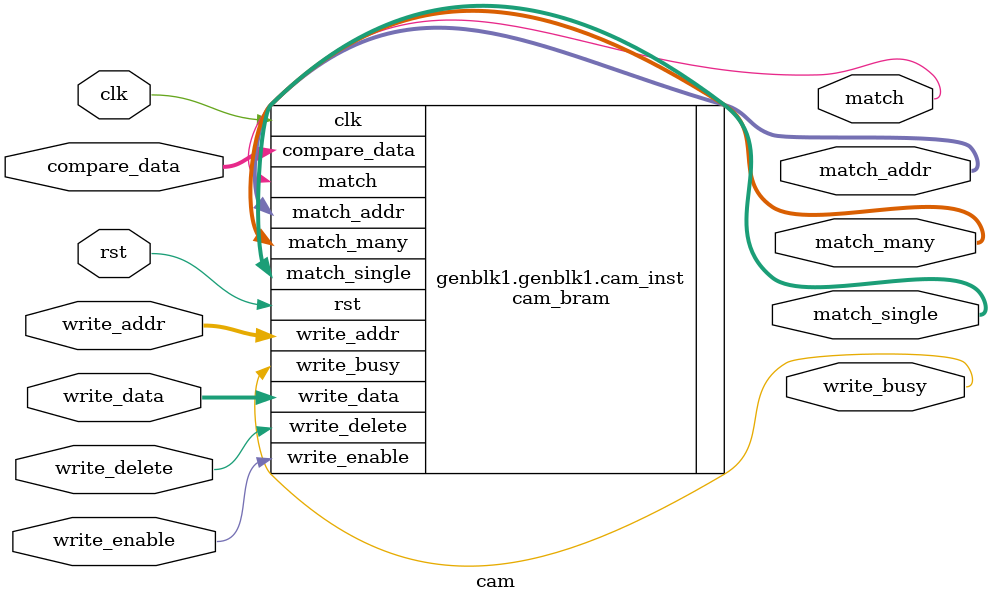
<source format=v>
/*

Copyright (c) 2015-2016 Alex Forencich

Permission is hereby granted, free of charge, to any person obtaining a copy
of this software and associated documentation files (the "Software"), to deal
in the Software without restriction, including without limitation the rights
to use, copy, modify, merge, publish, distribute, sublicense, and/or sell
copies of the Software, and to permit persons to whom the Software is
furnished to do so, subject to the following conditions:

The above copyright notice and this permission notice shall be included in
all copies or substantial portions of the Software.

THE SOFTWARE IS PROVIDED "AS IS", WITHOUT WARRANTY OF ANY KIND, EXPRESS OR
IMPLIED, INCLUDING BUT NOT LIMITED TO THE WARRANTIES OF MERCHANTABILITY
FITNESS FOR A PARTICULAR PURPOSE AND NONINFRINGEMENT. IN NO EVENT SHALL THE
AUTHORS OR COPYRIGHT HOLDERS BE LIABLE FOR ANY CLAIM, DAMAGES OR OTHER
LIABILITY, WHETHER IN AN ACTION OF CONTRACT, TORT OR OTHERWISE, ARISING FROM,
OUT OF OR IN CONNECTION WITH THE SOFTWARE OR THE USE OR OTHER DEALINGS IN
THE SOFTWARE.

*/

// Language: Verilog 2001

`timescale 1ns / 1ps

/*
 * Content Addressable Memory
 */
module cam #(
    // search data bus width
    parameter DATA_WIDTH = 64,
    // memory size in log2(words)
    parameter ADDR_WIDTH = 9,
    // CAM style (SRL, BRAM)
    parameter CAM_STYLE = "BRAM",
    // width of data bus slices
    parameter SLICE_WIDTH = 4
)
(
    input  wire                     clk,
    input  wire                     rst,

    input  wire [ADDR_WIDTH-1:0]    write_addr,
    input  wire [DATA_WIDTH-1:0]    write_data,
    input  wire                     write_delete,
    input  wire                     write_enable,
    output wire                     write_busy,

    input  wire [DATA_WIDTH-1:0]    compare_data,
    output wire [2**ADDR_WIDTH-1:0] match_many,
    output wire [2**ADDR_WIDTH-1:0] match_single,
    output wire [ADDR_WIDTH-1:0]    match_addr,
    output wire                     match
);

generate
    if (CAM_STYLE == "SRL") begin
        cam_srl #(
            .DATA_WIDTH(DATA_WIDTH),
            .ADDR_WIDTH(ADDR_WIDTH),
            .SLICE_WIDTH(SLICE_WIDTH)
        )
        cam_inst (
            .clk(clk),
            .rst(rst),
            .write_addr(write_addr),
            .write_data(write_data),
            .write_delete(write_delete),
            .write_enable(write_enable),
            .write_busy(write_busy),
            .compare_data(compare_data),
            .match_many(match_many),
            .match_single(match_single),
            .match_addr(match_addr),
            .match(match)
        );
    end else if (CAM_STYLE == "BRAM") begin
        cam_bram #(
            .DATA_WIDTH(DATA_WIDTH),
            .ADDR_WIDTH(ADDR_WIDTH),
            .SLICE_WIDTH(SLICE_WIDTH)
        )
        cam_inst (
            .clk(clk),
            .rst(rst),
            .write_addr(write_addr),
            .write_data(write_data),
            .write_delete(write_delete),
            .write_enable(write_enable),
            .write_busy(write_busy),
            .compare_data(compare_data),
            .match_many(match_many),
            .match_single(match_single),
            .match_addr(match_addr),
            .match(match)
        );
    end
endgenerate

endmodule

</source>
